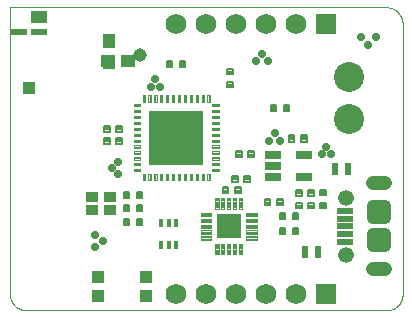
<source format=gts>
G75*
%MOIN*%
%OFA0B0*%
%FSLAX25Y25*%
%IPPOS*%
%LPD*%
%AMOC8*
5,1,8,0,0,1.08239X$1,22.5*
%
%ADD10C,0.00100*%
%ADD11C,0.00741*%
%ADD12C,0.10000*%
%ADD13C,0.00400*%
%ADD14R,0.18000X0.18000*%
%ADD15C,0.00811*%
%ADD16R,0.04500X0.04300*%
%ADD17R,0.04300X0.04500*%
%ADD18R,0.04437X0.03650*%
%ADD19R,0.05224X0.02665*%
%ADD20C,0.03990*%
%ADD21R,0.05815X0.02075*%
%ADD22C,0.04500*%
%ADD23C,0.05224*%
%ADD24R,0.01681X0.03098*%
%ADD25R,0.02469X0.04043*%
%ADD26R,0.04437X0.04437*%
%ADD27R,0.05421X0.02469*%
%ADD28R,0.05421X0.04437*%
%ADD29R,0.06925X0.06925*%
%ADD30C,0.06925*%
%ADD31C,0.00391*%
%ADD32R,0.08374X0.08374*%
%ADD33R,0.04043X0.04437*%
%ADD34C,0.02900*%
%ADD35C,0.04500*%
D10*
X0090095Y0095933D02*
X0210345Y0095933D01*
X0210490Y0095939D01*
X0210636Y0095948D01*
X0210781Y0095961D01*
X0210925Y0095978D01*
X0211069Y0096000D01*
X0211213Y0096024D01*
X0211356Y0096053D01*
X0211497Y0096086D01*
X0211638Y0096122D01*
X0211778Y0096163D01*
X0211917Y0096207D01*
X0212055Y0096255D01*
X0212191Y0096306D01*
X0212325Y0096361D01*
X0212459Y0096420D01*
X0212590Y0096483D01*
X0212720Y0096549D01*
X0212848Y0096618D01*
X0212974Y0096691D01*
X0213098Y0096767D01*
X0213220Y0096847D01*
X0213340Y0096930D01*
X0213457Y0097016D01*
X0213572Y0097105D01*
X0213685Y0097197D01*
X0213795Y0097293D01*
X0213902Y0097391D01*
X0214007Y0097492D01*
X0214109Y0097596D01*
X0214208Y0097703D01*
X0214304Y0097812D01*
X0214397Y0097924D01*
X0214487Y0098038D01*
X0214574Y0098155D01*
X0214658Y0098274D01*
X0214739Y0098395D01*
X0214816Y0098519D01*
X0214890Y0098644D01*
X0214960Y0098772D01*
X0215027Y0098901D01*
X0215090Y0099032D01*
X0215150Y0099165D01*
X0215207Y0099299D01*
X0215259Y0099435D01*
X0215308Y0099572D01*
X0215353Y0099710D01*
X0215394Y0099850D01*
X0215432Y0099991D01*
X0215466Y0100132D01*
X0215496Y0100275D01*
X0215522Y0100418D01*
X0215544Y0100562D01*
X0215562Y0100706D01*
X0215577Y0100851D01*
X0215587Y0100996D01*
X0215593Y0101142D01*
X0215596Y0101287D01*
X0215595Y0101433D01*
X0215595Y0191433D01*
X0215596Y0191434D02*
X0215592Y0191582D01*
X0215584Y0191729D01*
X0215573Y0191877D01*
X0215557Y0192024D01*
X0215538Y0192171D01*
X0215515Y0192318D01*
X0215488Y0192463D01*
X0215457Y0192608D01*
X0215422Y0192752D01*
X0215383Y0192895D01*
X0215341Y0193037D01*
X0215295Y0193177D01*
X0215245Y0193317D01*
X0215191Y0193455D01*
X0215134Y0193591D01*
X0215073Y0193726D01*
X0215008Y0193860D01*
X0214940Y0193991D01*
X0214869Y0194121D01*
X0214794Y0194249D01*
X0214715Y0194375D01*
X0214634Y0194498D01*
X0214549Y0194619D01*
X0214461Y0194739D01*
X0214370Y0194855D01*
X0214275Y0194969D01*
X0214178Y0195081D01*
X0214078Y0195190D01*
X0213975Y0195296D01*
X0213869Y0195400D01*
X0213760Y0195501D01*
X0213649Y0195598D01*
X0213535Y0195693D01*
X0213419Y0195785D01*
X0213300Y0195873D01*
X0213179Y0195959D01*
X0213056Y0196041D01*
X0212931Y0196120D01*
X0212803Y0196195D01*
X0212674Y0196267D01*
X0212542Y0196336D01*
X0212409Y0196401D01*
X0212275Y0196462D01*
X0212138Y0196520D01*
X0212000Y0196574D01*
X0211861Y0196625D01*
X0211721Y0196672D01*
X0211579Y0196715D01*
X0211436Y0196754D01*
X0211292Y0196790D01*
X0211148Y0196821D01*
X0211002Y0196849D01*
X0210856Y0196873D01*
X0210709Y0196893D01*
X0210562Y0196909D01*
X0210415Y0196921D01*
X0210267Y0196929D01*
X0210119Y0196933D01*
X0209970Y0196934D01*
X0209970Y0196933D02*
X0084720Y0196933D01*
X0084720Y0101183D01*
X0084724Y0101040D01*
X0084732Y0100896D01*
X0084743Y0100753D01*
X0084758Y0100609D01*
X0084777Y0100467D01*
X0084800Y0100325D01*
X0084827Y0100183D01*
X0084858Y0100043D01*
X0084892Y0099903D01*
X0084931Y0099764D01*
X0084973Y0099627D01*
X0085018Y0099490D01*
X0085068Y0099355D01*
X0085121Y0099222D01*
X0085177Y0099089D01*
X0085238Y0098959D01*
X0085301Y0098830D01*
X0085369Y0098702D01*
X0085439Y0098577D01*
X0085513Y0098453D01*
X0085590Y0098332D01*
X0085671Y0098213D01*
X0085755Y0098096D01*
X0085841Y0097981D01*
X0085931Y0097869D01*
X0086024Y0097759D01*
X0086120Y0097652D01*
X0086219Y0097547D01*
X0086321Y0097445D01*
X0086425Y0097346D01*
X0086532Y0097250D01*
X0086641Y0097156D01*
X0086753Y0097066D01*
X0086868Y0096979D01*
X0086984Y0096895D01*
X0087103Y0096814D01*
X0087224Y0096736D01*
X0087348Y0096662D01*
X0087473Y0096591D01*
X0087600Y0096523D01*
X0087729Y0096459D01*
X0087859Y0096398D01*
X0087991Y0096341D01*
X0088125Y0096288D01*
X0088260Y0096238D01*
X0088396Y0096192D01*
X0088533Y0096149D01*
X0088672Y0096110D01*
X0088812Y0096075D01*
X0088952Y0096044D01*
X0089093Y0096017D01*
X0089235Y0095993D01*
X0089378Y0095974D01*
X0089521Y0095958D01*
X0089664Y0095946D01*
X0089808Y0095938D01*
X0089952Y0095934D01*
X0090096Y0095933D01*
D11*
X0122566Y0126494D02*
X0124294Y0126494D01*
X0124294Y0124372D01*
X0122566Y0124372D01*
X0122566Y0126494D01*
X0122566Y0125112D02*
X0124294Y0125112D01*
X0124294Y0125852D02*
X0122566Y0125852D01*
X0126896Y0126494D02*
X0128624Y0126494D01*
X0128624Y0124372D01*
X0126896Y0124372D01*
X0126896Y0126494D01*
X0126896Y0125112D02*
X0128624Y0125112D01*
X0128624Y0125852D02*
X0126896Y0125852D01*
X0126896Y0130994D02*
X0128624Y0130994D01*
X0128624Y0128872D01*
X0126896Y0128872D01*
X0126896Y0130994D01*
X0126896Y0129612D02*
X0128624Y0129612D01*
X0128624Y0130352D02*
X0126896Y0130352D01*
X0124294Y0130994D02*
X0122566Y0130994D01*
X0124294Y0130994D02*
X0124294Y0128872D01*
X0122566Y0128872D01*
X0122566Y0130994D01*
X0122566Y0129612D02*
X0124294Y0129612D01*
X0124294Y0130352D02*
X0122566Y0130352D01*
X0122566Y0135494D02*
X0124294Y0135494D01*
X0124294Y0133372D01*
X0122566Y0133372D01*
X0122566Y0135494D01*
X0122566Y0134112D02*
X0124294Y0134112D01*
X0124294Y0134852D02*
X0122566Y0134852D01*
X0126896Y0135494D02*
X0128624Y0135494D01*
X0128624Y0133372D01*
X0126896Y0133372D01*
X0126896Y0135494D01*
X0126896Y0134112D02*
X0128624Y0134112D01*
X0128624Y0134852D02*
X0126896Y0134852D01*
X0171566Y0162372D02*
X0173294Y0162372D01*
X0171566Y0162372D02*
X0171566Y0164494D01*
X0173294Y0164494D01*
X0173294Y0162372D01*
X0173294Y0163112D02*
X0171566Y0163112D01*
X0171566Y0163852D02*
X0173294Y0163852D01*
X0175896Y0162372D02*
X0177624Y0162372D01*
X0175896Y0162372D02*
X0175896Y0164494D01*
X0177624Y0164494D01*
X0177624Y0162372D01*
X0177624Y0163112D02*
X0175896Y0163112D01*
X0175896Y0163852D02*
X0177624Y0163852D01*
X0157034Y0170404D02*
X0157034Y0172132D01*
X0159156Y0172132D01*
X0159156Y0170404D01*
X0157034Y0170404D01*
X0157034Y0171144D02*
X0159156Y0171144D01*
X0159156Y0171884D02*
X0157034Y0171884D01*
X0157034Y0174734D02*
X0157034Y0176462D01*
X0159156Y0176462D01*
X0159156Y0174734D01*
X0157034Y0174734D01*
X0157034Y0175474D02*
X0159156Y0175474D01*
X0159156Y0176214D02*
X0157034Y0176214D01*
X0143124Y0178994D02*
X0141396Y0178994D01*
X0143124Y0178994D02*
X0143124Y0176872D01*
X0141396Y0176872D01*
X0141396Y0178994D01*
X0141396Y0177612D02*
X0143124Y0177612D01*
X0143124Y0178352D02*
X0141396Y0178352D01*
X0138794Y0178994D02*
X0137066Y0178994D01*
X0138794Y0178994D02*
X0138794Y0176872D01*
X0137066Y0176872D01*
X0137066Y0178994D01*
X0137066Y0177612D02*
X0138794Y0177612D01*
X0138794Y0178352D02*
X0137066Y0178352D01*
X0188034Y0135962D02*
X0188034Y0134234D01*
X0188034Y0135962D02*
X0190156Y0135962D01*
X0190156Y0134234D01*
X0188034Y0134234D01*
X0188034Y0134974D02*
X0190156Y0134974D01*
X0190156Y0135714D02*
X0188034Y0135714D01*
X0188034Y0131632D02*
X0188034Y0129904D01*
X0188034Y0131632D02*
X0190156Y0131632D01*
X0190156Y0129904D01*
X0188034Y0129904D01*
X0188034Y0130644D02*
X0190156Y0130644D01*
X0190156Y0131384D02*
X0188034Y0131384D01*
X0180624Y0126372D02*
X0178896Y0126372D01*
X0178896Y0128494D01*
X0180624Y0128494D01*
X0180624Y0126372D01*
X0180624Y0127112D02*
X0178896Y0127112D01*
X0178896Y0127852D02*
X0180624Y0127852D01*
X0176294Y0126372D02*
X0174566Y0126372D01*
X0174566Y0128494D01*
X0176294Y0128494D01*
X0176294Y0126372D01*
X0176294Y0127112D02*
X0174566Y0127112D01*
X0174566Y0127852D02*
X0176294Y0127852D01*
X0176294Y0121372D02*
X0174566Y0121372D01*
X0174566Y0123494D01*
X0176294Y0123494D01*
X0176294Y0121372D01*
X0176294Y0122112D02*
X0174566Y0122112D01*
X0174566Y0122852D02*
X0176294Y0122852D01*
X0178896Y0121372D02*
X0180624Y0121372D01*
X0178896Y0121372D02*
X0178896Y0123494D01*
X0180624Y0123494D01*
X0180624Y0121372D01*
X0180624Y0122112D02*
X0178896Y0122112D01*
X0178896Y0122852D02*
X0180624Y0122852D01*
D12*
X0197595Y0159740D03*
X0197595Y0173520D03*
D13*
X0154280Y0164634D02*
X0154280Y0163886D01*
X0152123Y0163886D01*
X0152123Y0164634D01*
X0154280Y0164634D01*
X0154058Y0164260D02*
X0152320Y0164260D01*
X0151296Y0165461D02*
X0150548Y0165461D01*
X0150548Y0167618D01*
X0151296Y0167618D01*
X0151296Y0165461D01*
X0150922Y0165657D02*
X0150922Y0167421D01*
X0149327Y0167618D02*
X0149327Y0165461D01*
X0148579Y0165461D01*
X0148579Y0167618D01*
X0149327Y0167618D01*
X0148953Y0167471D02*
X0148953Y0165657D01*
X0147359Y0165461D02*
X0146611Y0165461D01*
X0146611Y0167618D01*
X0147359Y0167618D01*
X0147359Y0165461D01*
X0146985Y0165657D02*
X0146985Y0167421D01*
X0145390Y0167618D02*
X0145390Y0165461D01*
X0144642Y0165461D01*
X0144642Y0167618D01*
X0145390Y0167618D01*
X0145016Y0167396D02*
X0145016Y0165657D01*
X0143422Y0165461D02*
X0142674Y0165461D01*
X0142674Y0167618D01*
X0143422Y0167618D01*
X0143422Y0165461D01*
X0143048Y0165657D02*
X0143048Y0167371D01*
X0141453Y0167618D02*
X0140705Y0167618D01*
X0140705Y0165461D01*
X0141453Y0165461D01*
X0141453Y0167618D01*
X0141079Y0167396D02*
X0141079Y0165657D01*
X0139485Y0165461D02*
X0139485Y0167618D01*
X0138737Y0167618D01*
X0138737Y0165461D01*
X0139485Y0165461D01*
X0139111Y0165657D02*
X0139111Y0167396D01*
X0137516Y0167618D02*
X0136768Y0167618D01*
X0136768Y0165461D01*
X0137516Y0165461D01*
X0137516Y0167618D01*
X0137142Y0167396D02*
X0137142Y0165657D01*
X0135548Y0165461D02*
X0135548Y0167618D01*
X0134800Y0167618D01*
X0134800Y0165461D01*
X0135548Y0165461D01*
X0135174Y0165657D02*
X0135174Y0167446D01*
X0133579Y0167618D02*
X0132831Y0167618D01*
X0132831Y0165461D01*
X0133579Y0165461D01*
X0133579Y0167618D01*
X0133205Y0167496D02*
X0133205Y0165657D01*
X0131611Y0165461D02*
X0131611Y0167618D01*
X0130863Y0167618D01*
X0130863Y0165461D01*
X0131611Y0165461D01*
X0131237Y0165657D02*
X0131237Y0167446D01*
X0129642Y0167618D02*
X0128894Y0167618D01*
X0128894Y0165461D01*
X0129642Y0165461D01*
X0129642Y0167618D01*
X0129268Y0167496D02*
X0129268Y0165657D01*
X0128068Y0164634D02*
X0128068Y0163886D01*
X0125910Y0163886D01*
X0125910Y0164634D01*
X0128068Y0164634D01*
X0127871Y0164260D02*
X0126107Y0164260D01*
X0125910Y0162665D02*
X0125910Y0161917D01*
X0128068Y0161917D01*
X0128068Y0162665D01*
X0125910Y0162665D01*
X0126082Y0162291D02*
X0127871Y0162291D01*
X0128068Y0160697D02*
X0128068Y0159949D01*
X0125910Y0159949D01*
X0125910Y0160697D01*
X0128068Y0160697D01*
X0127871Y0160323D02*
X0126082Y0160323D01*
X0125910Y0158728D02*
X0125910Y0157980D01*
X0128068Y0157980D01*
X0128068Y0158728D01*
X0125910Y0158728D01*
X0126107Y0158354D02*
X0127871Y0158354D01*
X0128068Y0156760D02*
X0128068Y0156012D01*
X0125910Y0156012D01*
X0125910Y0156760D01*
X0128068Y0156760D01*
X0127871Y0156386D02*
X0126107Y0156386D01*
X0125910Y0154791D02*
X0125910Y0154043D01*
X0128068Y0154043D01*
X0128068Y0154791D01*
X0125910Y0154791D01*
X0126082Y0154417D02*
X0127871Y0154417D01*
X0128068Y0152823D02*
X0128068Y0152075D01*
X0125910Y0152075D01*
X0125910Y0152823D01*
X0128068Y0152823D01*
X0127871Y0152449D02*
X0126132Y0152449D01*
X0125910Y0150854D02*
X0125910Y0150106D01*
X0128068Y0150106D01*
X0128068Y0150854D01*
X0125910Y0150854D01*
X0126107Y0150480D02*
X0127871Y0150480D01*
X0128068Y0148886D02*
X0128068Y0148138D01*
X0125910Y0148138D01*
X0125910Y0148886D01*
X0128068Y0148886D01*
X0127871Y0148512D02*
X0126157Y0148512D01*
X0125910Y0146917D02*
X0125910Y0146169D01*
X0128068Y0146169D01*
X0128068Y0146917D01*
X0125910Y0146917D01*
X0126132Y0146543D02*
X0127871Y0146543D01*
X0128068Y0144949D02*
X0128068Y0144201D01*
X0125910Y0144201D01*
X0125910Y0144949D01*
X0128068Y0144949D01*
X0127871Y0144575D02*
X0126057Y0144575D01*
X0125910Y0142980D02*
X0125910Y0142232D01*
X0128068Y0142232D01*
X0128068Y0142980D01*
X0125910Y0142980D01*
X0126107Y0142606D02*
X0127871Y0142606D01*
X0128894Y0141406D02*
X0129642Y0141406D01*
X0129642Y0139248D01*
X0128894Y0139248D01*
X0128894Y0141406D01*
X0129268Y0141209D02*
X0129268Y0139420D01*
X0130863Y0139248D02*
X0131611Y0139248D01*
X0131611Y0141406D01*
X0130863Y0141406D01*
X0130863Y0139248D01*
X0131237Y0139420D02*
X0131237Y0141209D01*
X0132831Y0141406D02*
X0132831Y0139248D01*
X0133579Y0139248D01*
X0133579Y0141406D01*
X0132831Y0141406D01*
X0133205Y0141209D02*
X0133205Y0139420D01*
X0134800Y0139248D02*
X0135548Y0139248D01*
X0135548Y0141406D01*
X0134800Y0141406D01*
X0134800Y0139248D01*
X0135174Y0139445D02*
X0135174Y0141209D01*
X0136768Y0141406D02*
X0136768Y0139248D01*
X0137516Y0139248D01*
X0137516Y0141406D01*
X0136768Y0141406D01*
X0137142Y0141209D02*
X0137142Y0139395D01*
X0138737Y0139248D02*
X0139485Y0139248D01*
X0139485Y0141406D01*
X0138737Y0141406D01*
X0138737Y0139248D01*
X0139111Y0139445D02*
X0139111Y0141209D01*
X0140705Y0141406D02*
X0140705Y0139248D01*
X0141453Y0139248D01*
X0141453Y0141406D01*
X0140705Y0141406D01*
X0141079Y0141209D02*
X0141079Y0139420D01*
X0142674Y0139248D02*
X0143422Y0139248D01*
X0143422Y0141406D01*
X0142674Y0141406D01*
X0142674Y0139248D01*
X0143048Y0139370D02*
X0143048Y0141209D01*
X0144642Y0141406D02*
X0144642Y0139248D01*
X0145390Y0139248D01*
X0145390Y0141406D01*
X0144642Y0141406D01*
X0145016Y0141209D02*
X0145016Y0139395D01*
X0146611Y0139248D02*
X0146611Y0141406D01*
X0147359Y0141406D01*
X0147359Y0139248D01*
X0146611Y0139248D01*
X0146985Y0139395D02*
X0146985Y0141209D01*
X0148579Y0141406D02*
X0149327Y0141406D01*
X0149327Y0139248D01*
X0148579Y0139248D01*
X0148579Y0141406D01*
X0148953Y0141209D02*
X0148953Y0139470D01*
X0150548Y0139248D02*
X0150548Y0141406D01*
X0151296Y0141406D01*
X0151296Y0139248D01*
X0150548Y0139248D01*
X0150922Y0139495D02*
X0150922Y0141209D01*
X0152123Y0142232D02*
X0152123Y0142980D01*
X0154280Y0142980D01*
X0154280Y0142232D01*
X0152123Y0142232D01*
X0152320Y0142606D02*
X0154058Y0142606D01*
X0154280Y0144201D02*
X0152123Y0144201D01*
X0152123Y0144949D01*
X0154280Y0144949D01*
X0154280Y0144201D01*
X0154083Y0144575D02*
X0152320Y0144575D01*
X0152123Y0146169D02*
X0152123Y0146917D01*
X0154280Y0146917D01*
X0154280Y0146169D01*
X0152123Y0146169D01*
X0152320Y0146543D02*
X0154058Y0146543D01*
X0154280Y0148113D02*
X0152123Y0148138D01*
X0152123Y0148886D01*
X0154280Y0148861D01*
X0154280Y0148113D01*
X0154083Y0148512D02*
X0152320Y0148512D01*
X0152123Y0150106D02*
X0152123Y0150854D01*
X0154280Y0150854D01*
X0154280Y0150106D01*
X0152123Y0150106D01*
X0152320Y0150480D02*
X0154083Y0150480D01*
X0154280Y0152075D02*
X0154280Y0152823D01*
X0152123Y0152823D01*
X0152123Y0152075D01*
X0154280Y0152075D01*
X0154083Y0152449D02*
X0152320Y0152449D01*
X0152123Y0154043D02*
X0152123Y0154791D01*
X0154280Y0154791D01*
X0154280Y0154043D01*
X0152123Y0154043D01*
X0152320Y0154417D02*
X0154108Y0154417D01*
X0154280Y0156012D02*
X0152123Y0156012D01*
X0152123Y0156760D01*
X0154280Y0156760D01*
X0154280Y0156012D01*
X0154108Y0156386D02*
X0152320Y0156386D01*
X0152123Y0157980D02*
X0152123Y0158728D01*
X0154280Y0158728D01*
X0154280Y0157980D01*
X0152123Y0157980D01*
X0152320Y0158354D02*
X0154083Y0158354D01*
X0154280Y0159949D02*
X0152123Y0159949D01*
X0152123Y0160697D01*
X0154280Y0160697D01*
X0154280Y0159949D01*
X0154083Y0160323D02*
X0152320Y0160323D01*
X0152123Y0161917D02*
X0152123Y0162665D01*
X0154280Y0162665D01*
X0154280Y0161917D01*
X0152123Y0161917D01*
X0152320Y0162291D02*
X0154083Y0162291D01*
D14*
X0140095Y0153433D03*
D15*
X0122092Y0153459D02*
X0120198Y0153459D01*
X0122092Y0153459D02*
X0122092Y0151407D01*
X0120198Y0151407D01*
X0120198Y0153459D01*
X0120198Y0152217D02*
X0122092Y0152217D01*
X0122092Y0153027D02*
X0120198Y0153027D01*
X0117977Y0153459D02*
X0116083Y0153459D01*
X0117977Y0153459D02*
X0117977Y0151407D01*
X0116083Y0151407D01*
X0116083Y0153459D01*
X0116083Y0152217D02*
X0117977Y0152217D01*
X0117977Y0153027D02*
X0116083Y0153027D01*
X0116083Y0157459D02*
X0117977Y0157459D01*
X0117977Y0155407D01*
X0116083Y0155407D01*
X0116083Y0157459D01*
X0116083Y0156217D02*
X0117977Y0156217D01*
X0117977Y0157027D02*
X0116083Y0157027D01*
X0120198Y0157459D02*
X0122092Y0157459D01*
X0122092Y0155407D01*
X0120198Y0155407D01*
X0120198Y0157459D01*
X0120198Y0156217D02*
X0122092Y0156217D01*
X0122092Y0157027D02*
X0120198Y0157027D01*
X0155598Y0134907D02*
X0157492Y0134907D01*
X0155598Y0134907D02*
X0155598Y0136959D01*
X0157492Y0136959D01*
X0157492Y0134907D01*
X0157492Y0135717D02*
X0155598Y0135717D01*
X0155598Y0136527D02*
X0157492Y0136527D01*
X0159713Y0134907D02*
X0161607Y0134907D01*
X0159713Y0134907D02*
X0159713Y0136959D01*
X0161607Y0136959D01*
X0161607Y0134907D01*
X0161607Y0135717D02*
X0159713Y0135717D01*
X0159713Y0136527D02*
X0161607Y0136527D01*
X0160617Y0138782D02*
X0158723Y0138782D01*
X0158723Y0140834D01*
X0160617Y0140834D01*
X0160617Y0138782D01*
X0160617Y0139592D02*
X0158723Y0139592D01*
X0158723Y0140402D02*
X0160617Y0140402D01*
X0162838Y0138782D02*
X0164732Y0138782D01*
X0162838Y0138782D02*
X0162838Y0140834D01*
X0164732Y0140834D01*
X0164732Y0138782D01*
X0164732Y0139592D02*
X0162838Y0139592D01*
X0162838Y0140402D02*
X0164732Y0140402D01*
X0164198Y0148959D02*
X0166092Y0148959D01*
X0166092Y0146907D01*
X0164198Y0146907D01*
X0164198Y0148959D01*
X0164198Y0147717D02*
X0166092Y0147717D01*
X0166092Y0148527D02*
X0164198Y0148527D01*
X0161977Y0148959D02*
X0160083Y0148959D01*
X0161977Y0148959D02*
X0161977Y0146907D01*
X0160083Y0146907D01*
X0160083Y0148959D01*
X0160083Y0147717D02*
X0161977Y0147717D01*
X0161977Y0148527D02*
X0160083Y0148527D01*
X0177583Y0154209D02*
X0179477Y0154209D01*
X0179477Y0152157D01*
X0177583Y0152157D01*
X0177583Y0154209D01*
X0177583Y0152967D02*
X0179477Y0152967D01*
X0179477Y0153777D02*
X0177583Y0153777D01*
X0181698Y0154209D02*
X0183592Y0154209D01*
X0183592Y0152157D01*
X0181698Y0152157D01*
X0181698Y0154209D01*
X0181698Y0152967D02*
X0183592Y0152967D01*
X0183592Y0153777D02*
X0181698Y0153777D01*
X0182121Y0135945D02*
X0182121Y0134051D01*
X0180069Y0134051D01*
X0180069Y0135945D01*
X0182121Y0135945D01*
X0182121Y0134861D02*
X0180069Y0134861D01*
X0180069Y0135671D02*
X0182121Y0135671D01*
X0186121Y0135945D02*
X0186121Y0134051D01*
X0184069Y0134051D01*
X0184069Y0135945D01*
X0186121Y0135945D01*
X0186121Y0134861D02*
X0184069Y0134861D01*
X0184069Y0135671D02*
X0186121Y0135671D01*
X0186121Y0131830D02*
X0186121Y0129936D01*
X0184069Y0129936D01*
X0184069Y0131830D01*
X0186121Y0131830D01*
X0186121Y0130746D02*
X0184069Y0130746D01*
X0184069Y0131556D02*
X0186121Y0131556D01*
X0182121Y0131830D02*
X0182121Y0129936D01*
X0180069Y0129936D01*
X0180069Y0131830D01*
X0182121Y0131830D01*
X0182121Y0130746D02*
X0180069Y0130746D01*
X0180069Y0131556D02*
X0182121Y0131556D01*
X0175607Y0130907D02*
X0173713Y0130907D01*
X0173713Y0132959D01*
X0175607Y0132959D01*
X0175607Y0130907D01*
X0175607Y0131717D02*
X0173713Y0131717D01*
X0173713Y0132527D02*
X0175607Y0132527D01*
X0171492Y0130907D02*
X0169598Y0130907D01*
X0169598Y0132959D01*
X0171492Y0132959D01*
X0171492Y0130907D01*
X0171492Y0131717D02*
X0169598Y0131717D01*
X0169598Y0132527D02*
X0171492Y0132527D01*
D16*
X0124192Y0178933D03*
X0117499Y0178933D03*
D17*
X0117595Y0178837D03*
X0117595Y0185530D03*
D18*
X0118048Y0133598D03*
X0112142Y0133598D03*
X0112142Y0129268D03*
X0118048Y0129268D03*
D19*
X0172477Y0140193D03*
X0172477Y0143933D03*
X0172477Y0147673D03*
X0182714Y0147673D03*
X0182714Y0140193D03*
D20*
X0205600Y0130652D02*
X0209590Y0130652D01*
X0209590Y0126662D01*
X0205600Y0126662D01*
X0205600Y0130652D01*
X0205600Y0130651D02*
X0209590Y0130651D01*
X0209590Y0121204D02*
X0205600Y0121204D01*
X0209590Y0121204D02*
X0209590Y0117214D01*
X0205600Y0117214D01*
X0205600Y0121204D01*
X0205600Y0121203D02*
X0209590Y0121203D01*
D21*
X0196276Y0121374D03*
X0196276Y0123933D03*
X0196276Y0126492D03*
X0196276Y0129051D03*
X0196276Y0118815D03*
D22*
X0205595Y0109661D02*
X0209595Y0109661D01*
X0209595Y0138205D02*
X0205595Y0138205D01*
D23*
X0196847Y0133480D03*
X0196847Y0114386D03*
D24*
X0140154Y0117811D03*
X0137595Y0117811D03*
X0135036Y0117811D03*
X0135036Y0125055D03*
X0137595Y0125055D03*
X0140154Y0125055D03*
D25*
X0182930Y0115433D03*
X0187260Y0115433D03*
X0192930Y0142933D03*
X0197260Y0142933D03*
D26*
X0091095Y0170122D03*
D27*
X0087650Y0188823D03*
X0094540Y0188823D03*
D28*
X0094540Y0193744D03*
D29*
X0190095Y0191433D03*
X0190095Y0101433D03*
D30*
X0180095Y0101433D03*
X0170095Y0101433D03*
X0160095Y0101433D03*
X0150095Y0101433D03*
X0140095Y0101433D03*
X0140095Y0191433D03*
X0150095Y0191433D03*
X0160095Y0191433D03*
X0170095Y0191433D03*
X0180095Y0191433D03*
D31*
X0162118Y0133259D02*
X0162118Y0129843D01*
X0160946Y0129843D01*
X0160946Y0133259D01*
X0162118Y0133259D01*
X0162118Y0130233D02*
X0160946Y0130233D01*
X0160946Y0130623D02*
X0162118Y0130623D01*
X0162118Y0131013D02*
X0160946Y0131013D01*
X0160946Y0131403D02*
X0162118Y0131403D01*
X0162118Y0131793D02*
X0160946Y0131793D01*
X0160946Y0132183D02*
X0162118Y0132183D01*
X0162118Y0132573D02*
X0160946Y0132573D01*
X0160946Y0132963D02*
X0162118Y0132963D01*
X0160150Y0133259D02*
X0160150Y0129843D01*
X0158978Y0129843D01*
X0158978Y0133259D01*
X0160150Y0133259D01*
X0160150Y0130233D02*
X0158978Y0130233D01*
X0158978Y0130623D02*
X0160150Y0130623D01*
X0160150Y0131013D02*
X0158978Y0131013D01*
X0158978Y0131403D02*
X0160150Y0131403D01*
X0160150Y0131793D02*
X0158978Y0131793D01*
X0158978Y0132183D02*
X0160150Y0132183D01*
X0160150Y0132573D02*
X0158978Y0132573D01*
X0158978Y0132963D02*
X0160150Y0132963D01*
X0158181Y0133259D02*
X0158181Y0129843D01*
X0157009Y0129843D01*
X0157009Y0133259D01*
X0158181Y0133259D01*
X0158181Y0130233D02*
X0157009Y0130233D01*
X0157009Y0130623D02*
X0158181Y0130623D01*
X0158181Y0131013D02*
X0157009Y0131013D01*
X0157009Y0131403D02*
X0158181Y0131403D01*
X0158181Y0131793D02*
X0157009Y0131793D01*
X0157009Y0132183D02*
X0158181Y0132183D01*
X0158181Y0132573D02*
X0157009Y0132573D01*
X0157009Y0132963D02*
X0158181Y0132963D01*
X0156213Y0133259D02*
X0156213Y0129843D01*
X0155041Y0129843D01*
X0155041Y0133259D01*
X0156213Y0133259D01*
X0156213Y0130233D02*
X0155041Y0130233D01*
X0155041Y0130623D02*
X0156213Y0130623D01*
X0156213Y0131013D02*
X0155041Y0131013D01*
X0155041Y0131403D02*
X0156213Y0131403D01*
X0156213Y0131793D02*
X0155041Y0131793D01*
X0155041Y0132183D02*
X0156213Y0132183D01*
X0156213Y0132573D02*
X0155041Y0132573D01*
X0155041Y0132963D02*
X0156213Y0132963D01*
X0154244Y0133259D02*
X0154244Y0129843D01*
X0153072Y0129843D01*
X0153072Y0133259D01*
X0154244Y0133259D01*
X0154244Y0130233D02*
X0153072Y0130233D01*
X0153072Y0130623D02*
X0154244Y0130623D01*
X0154244Y0131013D02*
X0153072Y0131013D01*
X0153072Y0131403D02*
X0154244Y0131403D01*
X0154244Y0131793D02*
X0153072Y0131793D01*
X0153072Y0132183D02*
X0154244Y0132183D01*
X0154244Y0132573D02*
X0153072Y0132573D01*
X0153072Y0132963D02*
X0154244Y0132963D01*
X0151685Y0128456D02*
X0148269Y0128456D01*
X0151685Y0128456D02*
X0151685Y0127284D01*
X0148269Y0127284D01*
X0148269Y0128456D01*
X0148269Y0127674D02*
X0151685Y0127674D01*
X0151685Y0128064D02*
X0148269Y0128064D01*
X0148269Y0128454D02*
X0151685Y0128454D01*
X0151685Y0126488D02*
X0148269Y0126488D01*
X0151685Y0126488D02*
X0151685Y0125316D01*
X0148269Y0125316D01*
X0148269Y0126488D01*
X0148269Y0125706D02*
X0151685Y0125706D01*
X0151685Y0126096D02*
X0148269Y0126096D01*
X0148269Y0126486D02*
X0151685Y0126486D01*
X0151685Y0124519D02*
X0148269Y0124519D01*
X0151685Y0124519D02*
X0151685Y0123347D01*
X0148269Y0123347D01*
X0148269Y0124519D01*
X0148269Y0123737D02*
X0151685Y0123737D01*
X0151685Y0124127D02*
X0148269Y0124127D01*
X0148269Y0124517D02*
X0151685Y0124517D01*
X0151685Y0122551D02*
X0148269Y0122551D01*
X0151685Y0122551D02*
X0151685Y0121379D01*
X0148269Y0121379D01*
X0148269Y0122551D01*
X0148269Y0121769D02*
X0151685Y0121769D01*
X0151685Y0122159D02*
X0148269Y0122159D01*
X0148269Y0122549D02*
X0151685Y0122549D01*
X0151685Y0120582D02*
X0148269Y0120582D01*
X0151685Y0120582D02*
X0151685Y0119410D01*
X0148269Y0119410D01*
X0148269Y0120582D01*
X0148269Y0119800D02*
X0151685Y0119800D01*
X0151685Y0120190D02*
X0148269Y0120190D01*
X0148269Y0120580D02*
X0151685Y0120580D01*
X0154244Y0118023D02*
X0154244Y0114607D01*
X0153072Y0114607D01*
X0153072Y0118023D01*
X0154244Y0118023D01*
X0154244Y0114997D02*
X0153072Y0114997D01*
X0153072Y0115387D02*
X0154244Y0115387D01*
X0154244Y0115777D02*
X0153072Y0115777D01*
X0153072Y0116167D02*
X0154244Y0116167D01*
X0154244Y0116557D02*
X0153072Y0116557D01*
X0153072Y0116947D02*
X0154244Y0116947D01*
X0154244Y0117337D02*
X0153072Y0117337D01*
X0153072Y0117727D02*
X0154244Y0117727D01*
X0156213Y0118023D02*
X0156213Y0114607D01*
X0155041Y0114607D01*
X0155041Y0118023D01*
X0156213Y0118023D01*
X0156213Y0114997D02*
X0155041Y0114997D01*
X0155041Y0115387D02*
X0156213Y0115387D01*
X0156213Y0115777D02*
X0155041Y0115777D01*
X0155041Y0116167D02*
X0156213Y0116167D01*
X0156213Y0116557D02*
X0155041Y0116557D01*
X0155041Y0116947D02*
X0156213Y0116947D01*
X0156213Y0117337D02*
X0155041Y0117337D01*
X0155041Y0117727D02*
X0156213Y0117727D01*
X0158181Y0118023D02*
X0158181Y0114607D01*
X0157009Y0114607D01*
X0157009Y0118023D01*
X0158181Y0118023D01*
X0158181Y0114997D02*
X0157009Y0114997D01*
X0157009Y0115387D02*
X0158181Y0115387D01*
X0158181Y0115777D02*
X0157009Y0115777D01*
X0157009Y0116167D02*
X0158181Y0116167D01*
X0158181Y0116557D02*
X0157009Y0116557D01*
X0157009Y0116947D02*
X0158181Y0116947D01*
X0158181Y0117337D02*
X0157009Y0117337D01*
X0157009Y0117727D02*
X0158181Y0117727D01*
X0160150Y0118023D02*
X0160150Y0114607D01*
X0158978Y0114607D01*
X0158978Y0118023D01*
X0160150Y0118023D01*
X0160150Y0114997D02*
X0158978Y0114997D01*
X0158978Y0115387D02*
X0160150Y0115387D01*
X0160150Y0115777D02*
X0158978Y0115777D01*
X0158978Y0116167D02*
X0160150Y0116167D01*
X0160150Y0116557D02*
X0158978Y0116557D01*
X0158978Y0116947D02*
X0160150Y0116947D01*
X0160150Y0117337D02*
X0158978Y0117337D01*
X0158978Y0117727D02*
X0160150Y0117727D01*
X0162118Y0118023D02*
X0162118Y0114607D01*
X0160946Y0114607D01*
X0160946Y0118023D01*
X0162118Y0118023D01*
X0162118Y0114997D02*
X0160946Y0114997D01*
X0160946Y0115387D02*
X0162118Y0115387D01*
X0162118Y0115777D02*
X0160946Y0115777D01*
X0160946Y0116167D02*
X0162118Y0116167D01*
X0162118Y0116557D02*
X0160946Y0116557D01*
X0160946Y0116947D02*
X0162118Y0116947D01*
X0162118Y0117337D02*
X0160946Y0117337D01*
X0160946Y0117727D02*
X0162118Y0117727D01*
X0163505Y0120582D02*
X0166921Y0120582D01*
X0166921Y0119410D01*
X0163505Y0119410D01*
X0163505Y0120582D01*
X0163505Y0119800D02*
X0166921Y0119800D01*
X0166921Y0120190D02*
X0163505Y0120190D01*
X0163505Y0120580D02*
X0166921Y0120580D01*
X0166921Y0122551D02*
X0163505Y0122551D01*
X0166921Y0122551D02*
X0166921Y0121379D01*
X0163505Y0121379D01*
X0163505Y0122551D01*
X0163505Y0121769D02*
X0166921Y0121769D01*
X0166921Y0122159D02*
X0163505Y0122159D01*
X0163505Y0122549D02*
X0166921Y0122549D01*
X0166921Y0124519D02*
X0163505Y0124519D01*
X0166921Y0124519D02*
X0166921Y0123347D01*
X0163505Y0123347D01*
X0163505Y0124519D01*
X0163505Y0123737D02*
X0166921Y0123737D01*
X0166921Y0124127D02*
X0163505Y0124127D01*
X0163505Y0124517D02*
X0166921Y0124517D01*
X0166921Y0126488D02*
X0163505Y0126488D01*
X0166921Y0126488D02*
X0166921Y0125316D01*
X0163505Y0125316D01*
X0163505Y0126488D01*
X0163505Y0125706D02*
X0166921Y0125706D01*
X0166921Y0126096D02*
X0163505Y0126096D01*
X0163505Y0126486D02*
X0166921Y0126486D01*
X0166921Y0128456D02*
X0163505Y0128456D01*
X0166921Y0128456D02*
X0166921Y0127284D01*
X0163505Y0127284D01*
X0163505Y0128456D01*
X0163505Y0127674D02*
X0166921Y0127674D01*
X0166921Y0128064D02*
X0163505Y0128064D01*
X0163505Y0128454D02*
X0166921Y0128454D01*
D32*
X0157595Y0123933D03*
D33*
X0130166Y0107083D03*
X0130166Y0100783D03*
X0114024Y0100783D03*
X0114024Y0107083D03*
D34*
X0113095Y0116933D03*
X0115595Y0118933D03*
X0113095Y0120933D03*
X0120595Y0141433D03*
X0118595Y0143433D03*
X0120595Y0145433D03*
X0135095Y0148433D03*
X0135095Y0153433D03*
X0135095Y0158433D03*
X0140095Y0158433D03*
X0145095Y0158433D03*
X0145095Y0153433D03*
X0140095Y0153433D03*
X0140095Y0148433D03*
X0145095Y0148433D03*
X0171095Y0152433D03*
X0173095Y0154933D03*
X0174595Y0152433D03*
X0188595Y0147933D03*
X0190095Y0150433D03*
X0191595Y0147933D03*
X0159720Y0125558D03*
X0159720Y0122058D03*
X0155720Y0122058D03*
X0155720Y0125558D03*
X0134595Y0170433D03*
X0133095Y0172933D03*
X0131595Y0170433D03*
X0166595Y0178933D03*
X0168595Y0181433D03*
X0170595Y0178933D03*
X0201595Y0186933D03*
X0204095Y0184433D03*
X0206595Y0186933D03*
D35*
X0128095Y0180933D03*
M02*

</source>
